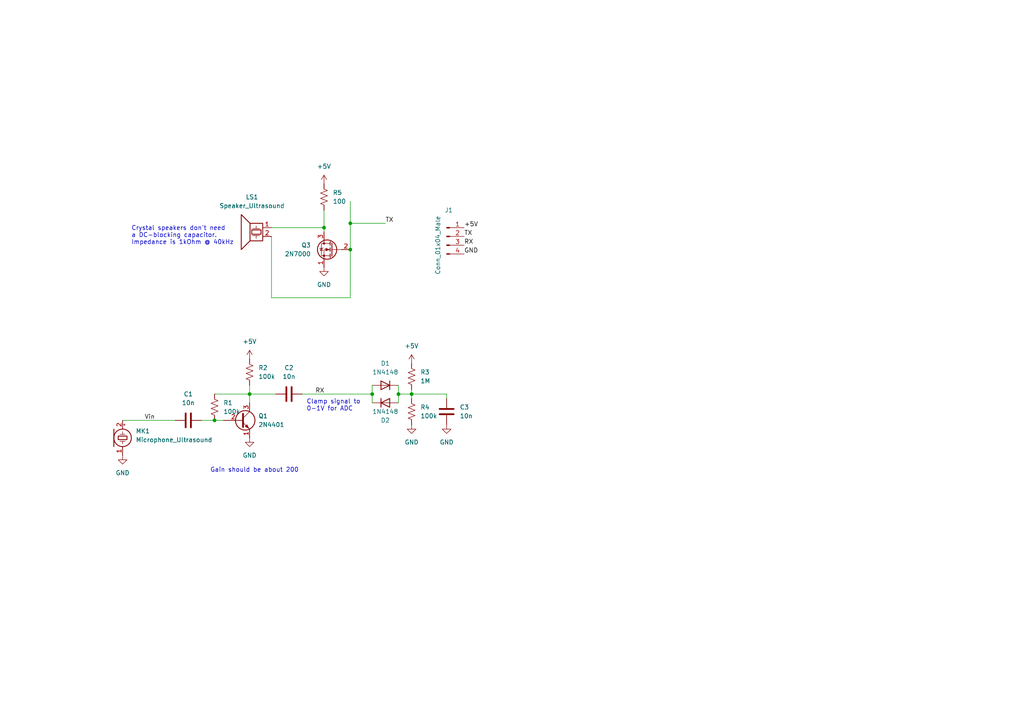
<source format=kicad_sch>
(kicad_sch (version 20211123) (generator eeschema)
  (paper "A4")
  (lib_symbols
    (symbol "Connector:Conn_01x04_Male" (pin_names (offset 1.016) hide)
      (property "Reference" "J" (at 0 5.08 0))
      (property "Value" "Conn_01x04_Male" (at 0 -7.62 0))
      (symbol "Conn_01x04_Male_1_1"
        (polyline (pts (xy 1.27 -5.08) (xy 0.8636 -5.08)) (stroke (width 0.1524)))
        (polyline (pts (xy 1.27 -2.54) (xy 0.8636 -2.54)) (stroke (width 0.1524)))
        (polyline (pts (xy 1.27 0) (xy 0.8636 0)) (stroke (width 0.1524)))
        (polyline (pts (xy 1.27 2.54) (xy 0.8636 2.54)) (stroke (width 0.1524)))
        (rectangle (start 0.8636 -4.953) (end 0 -5.207) (stroke (width 0.1524)) (fill (type outline)))
        (rectangle (start 0.8636 -2.413) (end 0 -2.667) (stroke (width 0.1524)) (fill (type outline)))
        (rectangle (start 0.8636 0.127) (end 0 -0.127) (stroke (width 0.1524)) (fill (type outline)))
        (rectangle (start 0.8636 2.667) (end 0 2.413) (stroke (width 0.1524)) (fill (type outline)))
        (pin passive line (at 5.08 2.54 180) (length 3.81) (name "Pin_1") (number "1"))
        (pin passive line (at 5.08 0 180) (length 3.81) (name "Pin_2") (number "2"))
        (pin passive line (at 5.08 -2.54 180) (length 3.81) (name "Pin_3") (number "3"))
        (pin passive line (at 5.08 -5.08 180) (length 3.81) (name "Pin_4") (number "4"))
      )
    )
    (symbol "Device:C" (pin_numbers hide) (pin_names (offset 0.254))
      (property "Reference" "C" (at 0.635 2.54 0))
      (property "Value" "C" (at 0.635 -2.54 0))
      (symbol "C_0_1"
        (polyline (pts (xy -2.032 -0.762) (xy 2.032 -0.762)) (stroke (width 0.508)))
        (polyline (pts (xy -2.032 0.762) (xy 2.032 0.762)) (stroke (width 0.508)))
      )
      (symbol "C_1_1"
        (pin passive line (at 0 3.81 270) (length 2.794) (name "~") (number "1"))
        (pin passive line (at 0 -3.81 90) (length 2.794) (name "~") (number "2"))
      )
    )
    (symbol "Device:Microphone_Ultrasound" (pin_names (offset 0.0254) hide)
      (property "Reference" "MK" (at -3.81 1.143 0))
      (property "Value" "Microphone_Ultrasound" (at -3.81 -0.762 0))
      (symbol "Microphone_Ultrasound_0_1"
        (rectangle (start -1.27 0.508) (end 1.27 -0.508) (stroke (width 0.254)))
        (polyline (pts (xy -2.54 2.54) (xy -2.54 -2.54)) (stroke (width 0.254)))
        (polyline (pts (xy -0.762 -1.016) (xy 0.762 -1.016)))
        (polyline (pts (xy -0.762 1.016) (xy 0.762 1.016)))
        (polyline (pts (xy 0 -1.016) (xy 0 -1.778)))
        (polyline (pts (xy 0 1.016) (xy 0 1.778)))
        (polyline (pts (xy 0.254 3.81) (xy 0.762 3.81)))
        (polyline (pts (xy 0.508 4.064) (xy 0.508 3.556)))
        (circle (center 0 0) (radius 2.54) (stroke (width 0.254)))
      )
      (symbol "Microphone_Ultrasound_1_1"
        (pin passive line (at 0 -5.08 90) (length 2.54) (name "-") (number "1"))
        (pin passive line (at 0 5.08 270) (length 2.54) (name "+") (number "2"))
      )
    )
    (symbol "Device:R_US" (pin_numbers hide) (pin_names (offset 0))
      (property "Reference" "R" (at 2.54 0 90))
      (property "Value" "R_US" (at -2.54 0 90))
      (symbol "R_US_0_1"
        (polyline (pts (xy 0 -2.286) (xy 0 -2.54)))
        (polyline (pts (xy 0 2.286) (xy 0 2.54)))
        (polyline (pts (xy 0 -0.762) (xy 1.016 -1.143) (xy 0 -1.524) (xy -1.016 -1.905) (xy 0 -2.286)))
        (polyline (pts (xy 0 0.762) (xy 1.016 0.381) (xy 0 0) (xy -1.016 -0.381) (xy 0 -0.762)))
        (polyline (pts (xy 0 2.286) (xy 1.016 1.905) (xy 0 1.524) (xy -1.016 1.143) (xy 0 0.762)))
      )
      (symbol "R_US_1_1"
        (pin passive line (at 0 3.81 270) (length 1.27) (name "~") (number "1"))
        (pin passive line (at 0 -3.81 90) (length 1.27) (name "~") (number "2"))
      )
    )
    (symbol "Device:Speaker_Ultrasound" (pin_names (offset 0) hide)
      (property "Reference" "LS" (at 0.635 5.715 0))
      (property "Value" "Speaker_Ultrasound" (at 0.635 3.81 0))
      (symbol "Speaker_Ultrasound_0_0"
        (rectangle (start -2.54 1.27) (end 1.143 -3.81) (stroke (width 0.254)))
        (rectangle (start -2.032 -0.635) (end 0.635 -1.905) (stroke (width 0.254)))
        (polyline (pts (xy -1.651 -2.286) (xy 0.381 -2.286)))
        (polyline (pts (xy -1.651 -0.254) (xy 0.381 -0.254)))
        (polyline (pts (xy -0.635 -2.286) (xy -0.635 -3.048)))
        (polyline (pts (xy -0.635 -0.254) (xy -0.635 0.508)))
        (polyline (pts (xy 1.143 1.27) (xy 3.683 3.81) (xy 3.683 -6.35) (xy 1.143 -3.81)) (stroke (width 0.254)))
      )
      (symbol "Speaker_Ultrasound_1_1"
        (pin input line (at -5.08 0 0) (length 2.54) (name "1") (number "1"))
        (pin input line (at -5.08 -2.54 0) (length 2.54) (name "2") (number "2"))
      )
    )
    (symbol "Diode:1N4148" (pin_numbers hide) (pin_names (offset 1.016) hide)
      (property "Reference" "D" (at 0 2.54 0))
      (property "Value" "1N4148" (at 0 -2.54 0))
      (symbol "1N4148_0_1"
        (polyline (pts (xy -1.27 1.27) (xy -1.27 -1.27)) (stroke (width 0.254)))
        (polyline (pts (xy 1.27 0) (xy -1.27 0)))
        (polyline (pts (xy 1.27 1.27) (xy 1.27 -1.27) (xy -1.27 0) (xy 1.27 1.27)) (stroke (width 0.254)))
      )
      (symbol "1N4148_1_1"
        (pin passive line (at -3.81 0 0) (length 2.54) (name "K") (number "1"))
        (pin passive line (at 3.81 0 180) (length 2.54) (name "A") (number "2"))
      )
    )
    (symbol "Transistor_FET:2N7000" (pin_names hide)
      (property "Reference" "Q" (at 5.08 1.905 0))
      (property "Value" "2N7000" (at 5.08 0 0))
      (symbol "2N7000_0_1"
        (polyline (pts (xy 0.254 0) (xy -2.54 0)))
        (polyline (pts (xy 0.254 1.905) (xy 0.254 -1.905)) (stroke (width 0.254)))
        (polyline (pts (xy 0.762 -1.27) (xy 0.762 -2.286)) (stroke (width 0.254)))
        (polyline (pts (xy 0.762 0.508) (xy 0.762 -0.508)) (stroke (width 0.254)))
        (polyline (pts (xy 0.762 2.286) (xy 0.762 1.27)) (stroke (width 0.254)))
        (polyline (pts (xy 2.54 2.54) (xy 2.54 1.778)))
        (polyline (pts (xy 2.54 -2.54) (xy 2.54 0) (xy 0.762 0)))
        (polyline (pts (xy 0.762 -1.778) (xy 3.302 -1.778) (xy 3.302 1.778) (xy 0.762 1.778)))
        (polyline (pts (xy 1.016 0) (xy 2.032 0.381) (xy 2.032 -0.381) (xy 1.016 0)) (fill (type outline)))
        (polyline (pts (xy 2.794 0.508) (xy 2.921 0.381) (xy 3.683 0.381) (xy 3.81 0.254)))
        (polyline (pts (xy 3.302 0.381) (xy 2.921 -0.254) (xy 3.683 -0.254) (xy 3.302 0.381)))
        (circle (center 1.651 0) (radius 2.794) (stroke (width 0.254)))
        (circle (center 2.54 -1.778) (radius 0.254) (fill (type outline)))
        (circle (center 2.54 1.778) (radius 0.254) (fill (type outline)))
      )
      (symbol "2N7000_1_1"
        (pin passive line (at 2.54 -5.08 90) (length 2.54) (name "S") (number "1"))
        (pin input line (at -5.08 0 0) (length 2.54) (name "G") (number "2"))
        (pin passive line (at 2.54 5.08 270) (length 2.54) (name "D") (number "3"))
      )
    )
    (symbol "kamocat:2N4401" (pin_names (offset 0) hide)
      (property "Reference" "Q" (at 5.08 1.905 0))
      (property "Value" "2N4401" (at 5.08 0 0))
      (symbol "2N4401_0_1"
        (polyline (pts (xy 0.635 0.635) (xy 2.54 2.54)))
        (polyline (pts (xy 0.635 -0.635) (xy 2.54 -2.54) (xy 2.54 -2.54)))
        (polyline (pts (xy 0.635 1.905) (xy 0.635 -1.905) (xy 0.635 -1.905)) (stroke (width 0.508)))
        (polyline (pts (xy 1.27 -1.778) (xy 1.778 -1.27) (xy 2.286 -2.286) (xy 1.27 -1.778) (xy 1.27 -1.778)) (fill (type outline)))
        (circle (center 1.27 0) (radius 2.8194) (stroke (width 0.254)))
      )
      (symbol "2N4401_1_1"
        (pin passive line (at 2.54 -5.08 90) (length 2.54) (name "E") (number "1"))
        (pin passive line (at -5.08 0 0) (length 5.715) (name "B") (number "2"))
        (pin passive line (at 2.54 5.08 270) (length 2.54) (name "C") (number "3"))
      )
    )
    (symbol "power:+5V" (power) (pin_names (offset 0))
      (property "Value" "+5V" (at 0 3.556 0))
      (symbol "+5V_0_1"
        (polyline (pts (xy -0.762 1.27) (xy 0 2.54)))
        (polyline (pts (xy 0 0) (xy 0 2.54)))
        (polyline (pts (xy 0 2.54) (xy 0.762 1.27)))
      )
      (symbol "+5V_1_1"
        (pin power_in line (at 0 0 90) (length 0) hide (name "+5V") (number "1"))
      )
    )
    (symbol "power:GND" (power) (pin_names (offset 0))
      (property "Value" "GND" (at 0 -3.81 0))
      (symbol "GND_0_1"
        (polyline (pts (xy 0 0) (xy 0 -1.27) (xy 1.27 -1.27) (xy 0 -2.54) (xy -1.27 -1.27) (xy 0 -1.27)))
      )
      (symbol "GND_1_1"
        (pin power_in line (at 0 0 270) (length 0) hide (name "GND") (number "1"))
      )
    )
  )
  (junction (at 101.6 64.77))
  (junction (at 93.98 66.04))
  (junction (at 119.38 114.3))
  (junction (at 62.23 121.92))
  (junction (at 101.6 72.39))
  (junction (at 115.57 114.3))
  (junction (at 72.39 114.3))
  (junction (at 107.95 114.3))
  (wire (pts (xy 115.57 111.76) (xy 115.57 114.3)))
  (wire (pts (xy 107.95 114.3) (xy 107.95 116.84)))
  (wire (pts (xy 101.6 72.39) (xy 101.6 86.36)))
  (wire (pts (xy 78.74 66.04) (xy 93.98 66.04)))
  (wire (pts (xy 129.54 114.3) (xy 129.54 115.57)))
  (wire (pts (xy 119.38 115.57) (xy 119.38 114.3)))
  (wire (pts (xy 35.56 121.92) (xy 50.8 121.92)))
  (wire (pts (xy 101.6 64.77) (xy 101.6 72.39)))
  (wire (pts (xy 87.63 114.3) (xy 107.95 114.3)))
  (wire (pts (xy 101.6 58.42) (xy 101.6 64.77)))
  (wire (pts (xy 62.23 121.92) (xy 64.77 121.92)))
  (wire (pts (xy 119.38 114.3) (xy 129.54 114.3)))
  (wire (pts (xy 62.23 114.3) (xy 72.39 114.3)))
  (wire (pts (xy 93.98 66.04) (xy 93.98 67.31)))
  (wire (pts (xy 119.38 114.3) (xy 119.38 113.03)))
  (wire (pts (xy 72.39 114.3) (xy 80.01 114.3)))
  (wire (pts (xy 58.42 121.92) (xy 62.23 121.92)))
  (wire (pts (xy 107.95 111.76) (xy 107.95 114.3)))
  (wire (pts (xy 115.57 114.3) (xy 115.57 116.84)))
  (wire (pts (xy 78.74 68.58) (xy 78.74 86.36)))
  (wire (pts (xy 115.57 114.3) (xy 119.38 114.3)))
  (wire (pts (xy 101.6 64.77) (xy 111.76 64.77)))
  (wire (pts (xy 72.39 111.76) (xy 72.39 114.3)))
  (wire (pts (xy 72.39 114.3) (xy 72.39 116.84)))
  (wire (pts (xy 93.98 60.96) (xy 93.98 66.04)))
  (wire (pts (xy 78.74 86.36) (xy 101.6 86.36)))
  (text "Clamp signal to\n0-1V for ADC" (at 88.9 119.38 0) (effects (font (size 1.27 1.27)) (justify left bottom)))
  (text "Crystal speakers don't need \na DC-blocking capacitor.\nImpedance is 1kOhm @ 40kHz" (at 38.1 71.12 0) (effects (font (size 1.27 1.27)) (justify left bottom)))
  (text "Gain should be about 200" (at 60.96 137.16 0) (effects (font (size 1.27 1.27)) (justify left bottom)))
  (label "RX" (at 91.44 114.3 0))
  (label "GND" (at 134.62 73.66 0))
  (label "TX" (at 111.76 64.77 0))
  (label "Vin" (at 41.91 121.92 0))
  (label "+5V" (at 134.62 66.04 0))
  (label "TX" (at 134.62 68.58 0))
  (label "RX" (at 134.62 71.12 0))
  (symbol (lib_id "power:GND") (at 129.54 123.19 0) (unit 1)
    (property "Reference" "#PWR07" (effects hide))
    (property "Value" "GND" (at 129.54 128.27 0))
  )
  (symbol (lib_id "Device:C") (at 54.61 121.92 90) (unit 1)
    (property "Reference" "C1" (at 54.61 114.3 90))
    (property "Value" "10n" (at 54.61 116.84 90))
    (property "Footprint" "Capacitor_THT:C_Disc_D4.7mm_W2.5mm_P5.00mm" (effects hide))
  )
  (symbol (lib_id "Diode:1N4148") (at 111.76 116.84 0) (unit 1)
    (property "Reference" "D2" (at 111.76 121.92 0))
    (property "Value" "1N4148" (at 111.76 119.38 0))
    (property "Footprint" "Diode_THT:D_DO-35_SOD27_P7.62mm_Horizontal" (effects hide))
    (property "Datasheet" "https://assets.nexperia.com/documents/data-sheet/1N4148_1N4448.pdf" (effects hide))
  )
  (symbol (lib_id "Transistor_FET:2N7000") (at 96.52 72.39 0) (mirror y) (unit 1)
    (property "Reference" "Q3" (at 90.17 71.1199 0) (effects (justify left)))
    (property "Value" "2N7000" (at 90.17 73.6599 0) (effects (justify left)))
    (property "Footprint" "Package_TO_SOT_THT:TO-92_Inline" (effects hide))
    (property "Datasheet" "https://www.vishay.com/docs/70226/70226.pdf" (effects hide))
  )
  (symbol (lib_id "power:GND") (at 35.56 132.08 0) (unit 1)
    (property "Reference" "#PWR0101" (effects hide))
    (property "Value" "GND" (at 35.56 137.16 0))
  )
  (symbol (lib_id "Device:C") (at 129.54 119.38 0) (unit 1)
    (property "Reference" "C3" (at 133.35 118.1099 0) (effects (justify left)))
    (property "Value" "10n" (at 133.35 120.6499 0) (effects (justify left)))
    (property "Footprint" "Capacitor_THT:C_Disc_D4.7mm_W2.5mm_P5.00mm" (effects hide))
  )
  (symbol (lib_id "power:+5V") (at 72.39 104.14 0) (unit 1)
    (property "Reference" "#PWR03" (effects hide))
    (property "Value" "+5V" (at 72.39 99.06 0))
  )
  (symbol (lib_id "Diode:1N4148") (at 111.76 111.76 0) (mirror y) (unit 1)
    (property "Reference" "D1" (at 111.76 105.41 0))
    (property "Value" "1N4148" (at 111.76 107.95 0))
    (property "Footprint" "Diode_THT:D_DO-35_SOD27_P7.62mm_Horizontal" (effects hide))
    (property "Datasheet" "https://assets.nexperia.com/documents/data-sheet/1N4148_1N4448.pdf" (effects hide))
  )
  (symbol (lib_id "Device:R_US") (at 119.38 119.38 0) (unit 1)
    (property "Reference" "R4" (at 121.92 118.1099 0) (effects (justify left)))
    (property "Value" "100k" (at 121.92 120.6499 0) (effects (justify left)))
    (property "Footprint" "Resistor_THT:R_Axial_DIN0207_L6.3mm_D2.5mm_P10.16mm_Horizontal" (effects hide))
  )
  (symbol (lib_id "Device:R_US") (at 62.23 118.11 0) (unit 1)
    (property "Reference" "R1" (at 64.77 116.8399 0) (effects (justify left)))
    (property "Value" "100k" (at 64.77 119.3799 0) (effects (justify left)))
    (property "Footprint" "Resistor_THT:R_Axial_DIN0207_L6.3mm_D2.5mm_P10.16mm_Horizontal" (effects hide))
  )
  (symbol (lib_id "Device:Speaker_Ultrasound") (at 73.66 66.04 0) (mirror y) (unit 1)
    (property "Reference" "LS1" (at 73.0885 57.15 0))
    (property "Value" "Speaker_Ultrasound" (at 73.0885 59.69 0))
    (property "Footprint" "Connector_PinHeader_2.54mm:PinHeader_1x02_P2.54mm_Vertical" (effects hide))
  )
  (symbol (lib_id "power:GND") (at 93.98 77.47 0) (mirror y) (unit 1)
    (property "Reference" "#PWR04" (effects hide))
    (property "Value" "GND" (at 93.98 82.55 0))
  )
  (symbol (lib_id "power:+5V") (at 93.98 53.34 0) (mirror y) (unit 1)
    (property "Reference" "#PWR02" (effects hide))
    (property "Value" "+5V" (at 93.98 48.26 0))
  )
  (symbol (lib_id "Device:R_US") (at 93.98 57.15 0) (unit 1)
    (property "Reference" "R5" (at 96.52 55.8799 0) (effects (justify left)))
    (property "Value" "100" (at 96.52 58.4199 0) (effects (justify left)))
    (property "Footprint" "Resistor_THT:R_Axial_DIN0207_L6.3mm_D2.5mm_P5.08mm_Vertical" (effects hide))
  )
  (symbol (lib_id "power:+5V") (at 119.38 105.41 0) (unit 1)
    (property "Reference" "#PWR05" (effects hide))
    (property "Value" "+5V" (at 119.38 100.33 0))
  )
  (symbol (lib_id "power:GND") (at 72.39 127 0) (unit 1)
    (property "Reference" "#PWR01" (effects hide))
    (property "Value" "GND" (at 72.39 132.08 0))
  )
  (symbol (lib_id "Device:R_US") (at 72.39 107.95 0) (unit 1)
    (property "Reference" "R2" (at 74.93 106.6799 0) (effects (justify left)))
    (property "Value" "100k" (at 74.93 109.2199 0) (effects (justify left)))
    (property "Footprint" "Resistor_THT:R_Axial_DIN0207_L6.3mm_D2.5mm_P10.16mm_Horizontal" (effects hide))
  )
  (symbol (lib_id "Device:R_US") (at 119.38 109.22 0) (unit 1)
    (property "Reference" "R3" (at 121.92 107.9499 0) (effects (justify left)))
    (property "Value" "1M" (at 121.92 110.4899 0) (effects (justify left)))
    (property "Footprint" "Resistor_THT:R_Axial_DIN0207_L6.3mm_D2.5mm_P10.16mm_Horizontal" (effects hide))
  )
  (symbol (lib_id "power:GND") (at 119.38 123.19 0) (unit 1)
    (property "Reference" "#PWR06" (effects hide))
    (property "Value" "GND" (at 119.38 128.27 0))
  )
  (symbol (lib_id "Connector:Conn_01x04_Male") (at 129.54 68.58 0) (unit 1)
    (property "Reference" "J1" (at 130.175 60.96 0))
    (property "Value" "Conn_01x04_Male" (at 127 71.12 90))
    (property "Footprint" "Connector_PinHeader_2.54mm:PinHeader_1x04_P2.54mm_Horizontal" (effects hide))
  )
  (symbol (lib_id "Device:Microphone_Ultrasound") (at 35.56 127 0) (unit 1)
    (property "Reference" "MK1" (at 39.37 125.0314 0) (effects (justify left)))
    (property "Value" "Microphone_Ultrasound" (at 39.37 127.5714 0) (effects (justify left)))
    (property "Footprint" "Connector_PinHeader_2.54mm:PinHeader_1x02_P2.54mm_Vertical" (effects hide))
  )
  (symbol (lib_id "Device:C") (at 83.82 114.3 90) (unit 1)
    (property "Reference" "C2" (at 83.82 106.68 90))
    (property "Value" "10n" (at 83.82 109.22 90))
    (property "Footprint" "Capacitor_THT:C_Disc_D4.7mm_W2.5mm_P5.00mm" (effects hide))
  )
  (symbol (lib_id "kamocat:2N4401") (at 69.85 121.92 0) (unit 1)
    (property "Reference" "Q1" (at 74.93 120.6499 0) (effects (justify left)))
    (property "Value" "2N4401" (at 74.93 123.1899 0) (effects (justify left)))
    (property "Footprint" "Package_TO_SOT_THT:TO-92_Inline_Wide" (effects hide))
    (property "Datasheet" "https://datasheet.octopart.com/2N4401TA-ON-Semiconductor-datasheet-98150806.pdf" (effects hide))
  )
)
</source>
